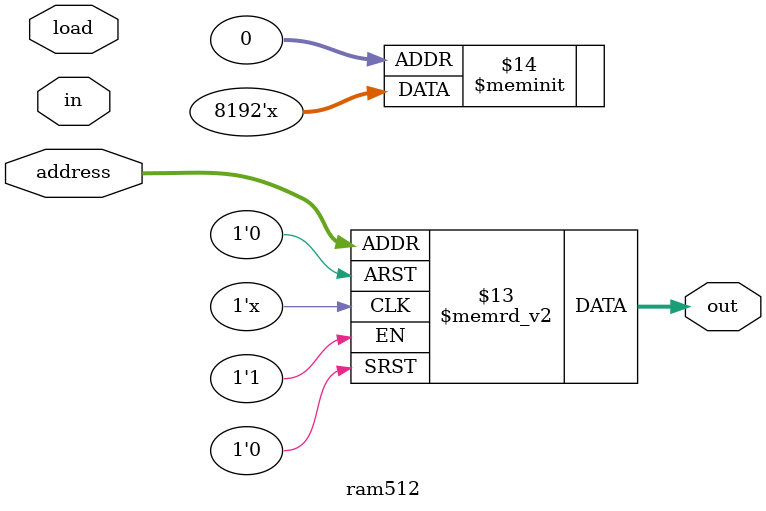
<source format=v>
module ram512(input [15:0] in, input [8:0] address, input load, output reg [15:0] out);
    reg [15:0] ram [511:0];

    always @ (*) begin
        if (load) begin
            ram[address] <= in;
        end
        out = ram[address];
    end

endmodule
</source>
